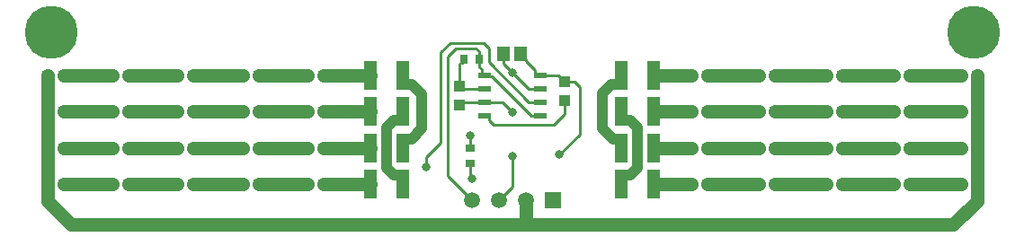
<source format=gbl>
G04*
G04 #@! TF.GenerationSoftware,Altium Limited,Altium Designer,19.0.15 (446)*
G04*
G04 Layer_Physical_Order=2*
G04 Layer_Color=16711680*
%FSLAX25Y25*%
%MOIN*%
G70*
G01*
G75*
%ADD11C,0.01000*%
%ADD23R,0.04000X0.03500*%
%ADD24R,0.04528X0.10630*%
%ADD27C,0.05000*%
%ADD28C,0.04000*%
%ADD29C,0.19685*%
%ADD30C,0.05906*%
%ADD31R,0.05906X0.05906*%
%ADD32C,0.03150*%
%ADD33C,0.03200*%
%ADD34R,0.03543X0.02756*%
%ADD35R,0.04331X0.04331*%
%ADD36R,0.05118X0.05709*%
%ADD37R,0.02756X0.03543*%
G04:AMPARAMS|DCode=38|XSize=21.65mil|YSize=49.21mil|CornerRadius=1.95mil|HoleSize=0mil|Usage=FLASHONLY|Rotation=90.000|XOffset=0mil|YOffset=0mil|HoleType=Round|Shape=RoundedRectangle|*
%AMROUNDEDRECTD38*
21,1,0.02165,0.04532,0,0,90.0*
21,1,0.01776,0.04921,0,0,90.0*
1,1,0.00390,0.02266,0.00888*
1,1,0.00390,0.02266,-0.00888*
1,1,0.00390,-0.02266,-0.00888*
1,1,0.00390,-0.02266,0.00888*
%
%ADD38ROUNDEDRECTD38*%
D11*
X189083Y57000D02*
X193335D01*
X183177Y62906D02*
X189083Y57000D01*
X151000Y27909D02*
Y31500D01*
X156500Y37000D01*
Y70500D01*
X160000Y74000D01*
X172441D01*
X174441Y72000D01*
Y66788D02*
Y72000D01*
Y66788D02*
X189228Y52000D01*
X193335D01*
X202500Y47500D02*
Y52457D01*
X198500Y43500D02*
X202500Y47500D01*
X208000Y40000D02*
Y57500D01*
X200500Y32500D02*
X208000Y40000D01*
X205957Y59543D02*
X208000Y57500D01*
X202500Y59543D02*
X205957D01*
X179409Y52000D02*
X183177Y48315D01*
X175583Y61417D02*
X190000Y47000D01*
X193335D01*
X174626Y61417D02*
X175583D01*
X172444Y62000D02*
X172665D01*
X174043D02*
X174626Y61417D01*
X172665Y62000D02*
X174043D01*
X179850Y66150D02*
X183177Y62906D01*
X179850Y66150D02*
Y70000D01*
X176165Y43500D02*
X198500D01*
X174441Y45225D02*
X176165Y43500D01*
X174441Y45225D02*
Y46417D01*
X173858Y47000D02*
X174441Y46417D01*
X172665Y47000D02*
X173858D01*
X167558Y34756D02*
Y39500D01*
X193335Y62000D02*
X200043D01*
X202500Y59543D01*
X192142Y62000D02*
X193335D01*
X191559Y62583D02*
X192142Y62000D01*
X191559Y62583D02*
Y63775D01*
X188209Y67126D02*
X191559Y63775D01*
X188209Y67126D02*
Y67941D01*
X186150Y70000D02*
X188209Y67941D01*
X172665Y52000D02*
X179409D01*
X163500Y58043D02*
Y66142D01*
X164086Y66728D01*
X164366D01*
X165244Y67606D01*
Y68000D01*
X163500Y58043D02*
X164543Y57000D01*
X172665D01*
X164543Y52000D02*
X172665D01*
X163500Y50957D02*
X164543Y52000D01*
X171861Y62583D02*
X172444Y62000D01*
X171861Y62583D02*
Y63997D01*
X170756Y65102D02*
X171861Y63997D01*
X170756Y65102D02*
Y68000D01*
X169500Y72000D02*
X170756Y70744D01*
Y68000D02*
Y70744D01*
X162000Y72000D02*
X169500D01*
X159000Y69000D02*
X162000Y72000D01*
X159000Y24500D02*
Y69000D01*
Y24500D02*
X168000Y15500D01*
X167558Y23942D02*
X168000Y23500D01*
X167558Y23942D02*
Y29244D01*
X178000Y15500D02*
X183000Y20500D01*
Y32000D01*
X172665Y47000D02*
X172740Y46925D01*
X193335Y57000D02*
X193917Y56417D01*
D23*
X274524Y62000D02*
D03*
X280524D02*
D03*
X40792Y21500D02*
D03*
X34792D02*
D03*
X349335Y48500D02*
D03*
X355335D02*
D03*
X349335Y35000D02*
D03*
X355335D02*
D03*
X324398Y48500D02*
D03*
X330398D02*
D03*
X299461D02*
D03*
X305461D02*
D03*
X274524D02*
D03*
X280524D02*
D03*
X249587Y62000D02*
D03*
X255587D02*
D03*
X249587Y21500D02*
D03*
X255587D02*
D03*
X274524D02*
D03*
X280524D02*
D03*
X113173Y62000D02*
D03*
X107173D02*
D03*
X113173Y48500D02*
D03*
X107173D02*
D03*
X89046D02*
D03*
X83046D02*
D03*
X113173Y21500D02*
D03*
X107173D02*
D03*
X89046D02*
D03*
X83046D02*
D03*
X64919Y35000D02*
D03*
X58919D02*
D03*
X40792D02*
D03*
X34792D02*
D03*
X64919Y21500D02*
D03*
X58919D02*
D03*
X16665Y35000D02*
D03*
X10665D02*
D03*
X16665Y21500D02*
D03*
X10665D02*
D03*
X324398Y35000D02*
D03*
X330398D02*
D03*
X299461D02*
D03*
X305461D02*
D03*
X274524D02*
D03*
X280524D02*
D03*
X249587Y48500D02*
D03*
X255587D02*
D03*
X249587Y35000D02*
D03*
X255587D02*
D03*
X349335Y62000D02*
D03*
X355335D02*
D03*
X349335Y21500D02*
D03*
X355335D02*
D03*
X324398Y62000D02*
D03*
X330398D02*
D03*
X324398Y21500D02*
D03*
X330398D02*
D03*
X299461Y62000D02*
D03*
X305461D02*
D03*
X299461Y21500D02*
D03*
X305461D02*
D03*
X113173Y35000D02*
D03*
X107173D02*
D03*
X89046Y62000D02*
D03*
X83046D02*
D03*
X89046Y35000D02*
D03*
X83046D02*
D03*
X64919Y62000D02*
D03*
X58919D02*
D03*
X64919Y48500D02*
D03*
X58919D02*
D03*
X40792Y62000D02*
D03*
X34792D02*
D03*
X40792Y48500D02*
D03*
X34792D02*
D03*
X16665Y62000D02*
D03*
X10665D02*
D03*
X16665Y48500D02*
D03*
X10665D02*
D03*
D24*
X235405Y35000D02*
D03*
X223594D02*
D03*
X235405Y62000D02*
D03*
X223594D02*
D03*
X235405Y21500D02*
D03*
X223594D02*
D03*
X130595Y48500D02*
D03*
X142405D02*
D03*
X130595Y35000D02*
D03*
X142405D02*
D03*
X235405Y48500D02*
D03*
X223594D02*
D03*
X130595Y62000D02*
D03*
X142405D02*
D03*
X130595Y21500D02*
D03*
X142405D02*
D03*
D27*
X188000Y6500D02*
Y15500D01*
X19500Y6500D02*
X188000D01*
X10665Y15335D02*
X19500Y6500D01*
X346500D02*
X355335Y15335D01*
X188000Y6500D02*
X346500D01*
X10665Y15335D02*
Y21500D01*
X355335Y15335D02*
Y21500D01*
Y35000D01*
Y48500D01*
Y62000D01*
X330398D02*
X349335D01*
X330398Y48500D02*
X349335D01*
X330398Y35000D02*
X349335D01*
X330398Y21500D02*
X349335D01*
X305461D02*
X324398D01*
X305461Y35000D02*
X324398D01*
X305461Y48500D02*
X324398D01*
X305461Y62000D02*
X324398D01*
X280524D02*
X299461D01*
X280524Y48500D02*
X299461D01*
X280524Y35000D02*
X299461D01*
X280524Y21500D02*
X299461D01*
X255587D02*
X274524D01*
X255587Y35000D02*
X274524D01*
X255587Y48500D02*
X274524D01*
X255587Y62000D02*
X274524D01*
X235405D02*
X249587D01*
X235405Y48500D02*
X249587D01*
X235405Y35000D02*
X249587D01*
X235405Y21500D02*
X249587D01*
X113173Y62000D02*
X130595D01*
X113173Y48500D02*
X130595D01*
X89046D02*
X107173D01*
X89046Y62000D02*
X107173D01*
X64919D02*
X83046D01*
X64919Y48500D02*
X83046D01*
X40792Y62000D02*
X58919D01*
X40792Y48500D02*
X58919D01*
X16665D02*
X34792D01*
X16665Y62000D02*
X34792D01*
X10665Y48500D02*
Y62000D01*
Y35000D02*
Y48500D01*
Y21500D02*
Y35000D01*
X16665D02*
X34792D01*
X40792D02*
X58919D01*
X64919D02*
X83046D01*
X89046D02*
X107173D01*
X113173D02*
X130595D01*
X113173Y21500D02*
X130595D01*
X89046D02*
X107173D01*
X64919D02*
X83046D01*
X40792D02*
X58919D01*
X16665D02*
X34792D01*
D28*
X219929Y58685D02*
X223331D01*
X216500Y55256D02*
X219929Y58685D01*
X216500Y42094D02*
Y55256D01*
X223331Y58685D02*
X223594Y58949D01*
Y62000D01*
X216500Y42094D02*
X220280Y38315D01*
X223331D01*
X223594Y38051D01*
Y35000D02*
Y38051D01*
X226909Y45185D02*
X229500Y42595D01*
X223858Y45185D02*
X226909D01*
X223594Y45449D02*
X223858Y45185D01*
X223594Y45449D02*
Y48500D01*
X229500Y27406D02*
Y42595D01*
X226909Y24815D02*
X229500Y27406D01*
X223858Y24815D02*
X226909D01*
X223594Y24551D02*
X223858Y24815D01*
X223594Y21500D02*
Y24551D01*
X149500Y42094D02*
Y54917D01*
X145732Y58685D02*
X149500Y54917D01*
X142669Y58685D02*
X145732D01*
X142405Y58949D02*
X142669Y58685D01*
X142405Y58949D02*
Y62000D01*
X145721Y38315D02*
X149500Y42094D01*
X142669Y38315D02*
X145721D01*
X142405Y38051D02*
X142669Y38315D01*
X142405Y35000D02*
Y38051D01*
X136500Y27406D02*
Y42595D01*
X139091Y45185D01*
X142142D01*
X142405Y45449D01*
Y48500D01*
X136500Y27406D02*
X139091Y24815D01*
X142142D01*
X142405Y24551D01*
Y21500D02*
Y24551D01*
D29*
X354000Y78000D02*
D03*
X12000D02*
D03*
D30*
X168000Y15500D02*
D03*
X178000D02*
D03*
X188000D02*
D03*
D31*
X198000D02*
D03*
D32*
X151000Y27909D02*
D03*
X200500Y32500D02*
D03*
X183177Y48315D02*
D03*
Y62906D02*
D03*
X167558Y39500D02*
D03*
X168000Y23500D02*
D03*
X183000Y32000D02*
D03*
D33*
X229500Y34909D02*
D03*
Y27909D02*
D03*
Y42358D02*
D03*
X216500Y48409D02*
D03*
Y42409D02*
D03*
Y54909D02*
D03*
X136500Y34909D02*
D03*
Y27409D02*
D03*
Y42409D02*
D03*
X149500Y48654D02*
D03*
Y54909D02*
D03*
Y42094D02*
D03*
D34*
X167558Y29244D02*
D03*
Y34756D02*
D03*
D35*
X202500Y59543D02*
D03*
Y52457D02*
D03*
X163500Y58043D02*
D03*
Y50957D02*
D03*
D36*
X179850Y70000D02*
D03*
X186150D02*
D03*
D37*
X165244Y68000D02*
D03*
X170756D02*
D03*
D38*
X172665Y47000D02*
D03*
Y52000D02*
D03*
Y57000D02*
D03*
Y62000D02*
D03*
X193335Y47000D02*
D03*
Y52000D02*
D03*
Y57000D02*
D03*
Y62000D02*
D03*
M02*

</source>
